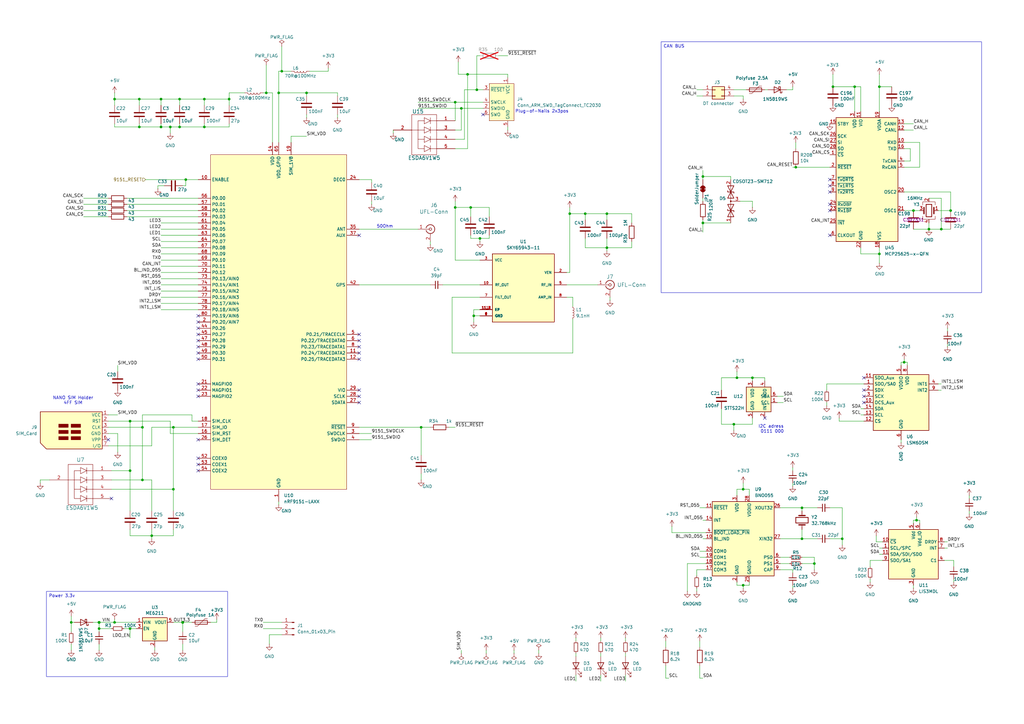
<source format=kicad_sch>
(kicad_sch
	(version 20250114)
	(generator "eeschema")
	(generator_version "9.0")
	(uuid "019f2816-6bfb-4531-95b3-45f73cf5fc4b")
	(paper "A3")
	(title_block
		(title "Westfly AHRS")
		(date "2025-04-29")
		(rev "0.02")
		(company "Westfly")
	)
	
	(text "I2C adress\n 0111 000"
		(exclude_from_sim no)
		(at 316.23 176.022 0)
		(effects
			(font
				(size 1.27 1.27)
			)
		)
		(uuid "0d4331b0-2215-4cb7-a05f-a8735a201122")
	)
	(text "Plug-of-Nails 2x3pos"
		(exclude_from_sim no)
		(at 222.25 45.72 0)
		(effects
			(font
				(size 1.27 1.27)
			)
		)
		(uuid "6961d4fe-bcfe-4bf2-88be-a7aaba7ca077")
	)
	(text "50Ohm"
		(exclude_from_sim no)
		(at 157.861 92.964 0)
		(effects
			(font
				(size 1.27 1.27)
			)
		)
		(uuid "a5fa5fb0-dd83-4ed1-8179-79d18f2cb73f")
	)
	(text "NANO SIM Holder\n4FF SIM"
		(exclude_from_sim no)
		(at 29.972 164.338 0)
		(effects
			(font
				(size 1.27 1.27)
			)
		)
		(uuid "d7aa766e-e838-4ea0-b97c-c151394b664d")
	)
	(text_box "Power 3.3v"
		(exclude_from_sim no)
		(at 19.05 242.57 0)
		(size 74.295 34.925)
		(margins 0.9525 0.9525 0.9525 0.9525)
		(stroke
			(width 0)
			(type solid)
		)
		(fill
			(type none)
		)
		(effects
			(font
				(size 1.27 1.27)
			)
			(justify left top)
		)
		(uuid "6020379f-72f2-41e8-9bf2-c8d08014300f")
	)
	(text_box "CAN BUS"
		(exclude_from_sim no)
		(at 271.145 17.145 0)
		(size 131.445 102.87)
		(margins 0.9525 0.9525 0.9525 0.9525)
		(stroke
			(width 0)
			(type solid)
		)
		(fill
			(type none)
		)
		(effects
			(font
				(size 1.27 1.27)
			)
			(justify left top)
		)
		(uuid "6e80c2e5-0d2c-4d80-9478-c29b96d0ab68")
	)
	(junction
		(at 40.64 257.81)
		(diameter 0)
		(color 0 0 0 0)
		(uuid "00f00863-d2ba-4ac5-bcb3-e0d2a96b43a2")
	)
	(junction
		(at 196.85 97.79)
		(diameter 0)
		(color 0 0 0 0)
		(uuid "024529cf-c966-4688-8c7f-b2a9e7f31927")
	)
	(junction
		(at 375.92 213.36)
		(diameter 0)
		(color 0 0 0 0)
		(uuid "0ad062fa-1fba-4e80-971f-e3f8a4083a2d")
	)
	(junction
		(at 109.22 38.1)
		(diameter 0)
		(color 0 0 0 0)
		(uuid "0b340a00-5d55-4205-88bd-79076c1ae6e8")
	)
	(junction
		(at 345.44 220.98)
		(diameter 0)
		(color 0 0 0 0)
		(uuid "0dc82b0d-e7e3-46a0-a688-5e9bb84a9530")
	)
	(junction
		(at 240.03 87.63)
		(diameter 0)
		(color 0 0 0 0)
		(uuid "0f9010ee-c92d-41cd-972c-e9c762c92916")
	)
	(junction
		(at 248.92 101.6)
		(diameter 0)
		(color 0 0 0 0)
		(uuid "158b6246-c9c0-429f-b921-a479dc871fd0")
	)
	(junction
		(at 66.04 52.07)
		(diameter 0)
		(color 0 0 0 0)
		(uuid "15b7c874-246f-4039-8f06-db95b3a6a456")
	)
	(junction
		(at 381 93.98)
		(diameter 0)
		(color 0 0 0 0)
		(uuid "20aa331f-7b7e-4ab4-a206-edfff78ffcbf")
	)
	(junction
		(at 328.93 208.28)
		(diameter 0)
		(color 0 0 0 0)
		(uuid "228c2c55-3556-46b5-a743-fdea45b26c66")
	)
	(junction
		(at 53.34 172.72)
		(diameter 0)
		(color 0 0 0 0)
		(uuid "2321fd75-c0e8-4f82-81f4-741a80263cf8")
	)
	(junction
		(at 172.72 175.26)
		(diameter 0)
		(color 0 0 0 0)
		(uuid "23a3dd62-8840-461c-9c2e-a8085c6c12de")
	)
	(junction
		(at 304.8 200.66)
		(diameter 0)
		(color 0 0 0 0)
		(uuid "2ddc9b48-ee7e-468b-8e04-64805bbe1e84")
	)
	(junction
		(at 93.98 40.64)
		(diameter 0)
		(color 0 0 0 0)
		(uuid "30949f3a-9a02-4a5c-8417-8e98a1afdda2")
	)
	(junction
		(at 76.2 73.66)
		(diameter 0)
		(color 0 0 0 0)
		(uuid "32b9e66a-6e50-4b19-84d0-31a39ee8b29d")
	)
	(junction
		(at 341.63 35.56)
		(diameter 0)
		(color 0 0 0 0)
		(uuid "33dc1106-0a82-460c-a771-865058e2cb56")
	)
	(junction
		(at 193.04 85.09)
		(diameter 0)
		(color 0 0 0 0)
		(uuid "353c1957-2a2c-4653-8ada-ee09dc785e18")
	)
	(junction
		(at 73.66 52.07)
		(diameter 0)
		(color 0 0 0 0)
		(uuid "38398647-c81c-46d5-b859-85a1ee8b1433")
	)
	(junction
		(at 386.08 93.98)
		(diameter 0)
		(color 0 0 0 0)
		(uuid "41ba67df-e795-4548-bdd2-6b2a1d87390d")
	)
	(junction
		(at 186.69 41.91)
		(diameter 0)
		(color 0 0 0 0)
		(uuid "42c252d6-3114-4d01-866b-ce2b74173c46")
	)
	(junction
		(at 58.42 175.26)
		(diameter 0)
		(color 0 0 0 0)
		(uuid "45f0c0b4-9155-43a7-86bd-4c6b755fdb84")
	)
	(junction
		(at 46.99 255.27)
		(diameter 0)
		(color 0 0 0 0)
		(uuid "4677b44f-8de3-4c9a-be21-73326491430c")
	)
	(junction
		(at 186.69 85.09)
		(diameter 0)
		(color 0 0 0 0)
		(uuid "4b594697-a7b1-4422-a9a7-8be26bec5ac4")
	)
	(junction
		(at 40.64 255.27)
		(diameter 1.016)
		(color 0 0 0 0)
		(uuid "4ec31d5c-fab7-407d-943d-df7f1db862f0")
	)
	(junction
		(at 194.31 129.54)
		(diameter 0)
		(color 0 0 0 0)
		(uuid "508b7d7b-388d-43ed-b146-0e59c847dafa")
	)
	(junction
		(at 195.58 36.83)
		(diameter 0)
		(color 0 0 0 0)
		(uuid "514598c8-0d53-40c8-aa29-04a9c253bdb6")
	)
	(junction
		(at 58.42 196.85)
		(diameter 0)
		(color 0 0 0 0)
		(uuid "53881178-b15c-419c-9fe3-bb5ab64ea1a7")
	)
	(junction
		(at 115.57 29.21)
		(diameter 0)
		(color 0 0 0 0)
		(uuid "589f2c4f-ceb7-46ba-af5d-2da6edf6c948")
	)
	(junction
		(at 370.84 148.59)
		(diameter 0)
		(color 0 0 0 0)
		(uuid "65fa1e3e-1ca6-45e9-a389-6303084d2f7c")
	)
	(junction
		(at 57.15 52.07)
		(diameter 0)
		(color 0 0 0 0)
		(uuid "696828ba-5cf7-4897-bc7a-74896f2060cf")
	)
	(junction
		(at 288.29 91.44)
		(diameter 0)
		(color 0 0 0 0)
		(uuid "6995060e-0eeb-44c3-97ee-5a82984b2612")
	)
	(junction
		(at 304.8 240.03)
		(diameter 0)
		(color 0 0 0 0)
		(uuid "6997fbd2-b310-4c9b-9bda-b4923fa95352")
	)
	(junction
		(at 334.01 231.14)
		(diameter 0)
		(color 0 0 0 0)
		(uuid "6e4b3307-e6f9-4a17-869b-04de77f8c082")
	)
	(junction
		(at 71.12 200.66)
		(diameter 0)
		(color 0 0 0 0)
		(uuid "70d334ac-10a2-4ed5-a42e-e5649690a3e5")
	)
	(junction
		(at 374.65 86.36)
		(diameter 0)
		(color 0 0 0 0)
		(uuid "71c52ce3-ce53-4445-a1e4-bc9f87c791f6")
	)
	(junction
		(at 46.99 40.64)
		(diameter 0)
		(color 0 0 0 0)
		(uuid "80bba71f-6089-414c-9b6e-e3286c8e403c")
	)
	(junction
		(at 189.23 44.45)
		(diameter 0)
		(color 0 0 0 0)
		(uuid "84c0837d-b848-4503-8135-e0043092b33b")
	)
	(junction
		(at 248.92 87.63)
		(diameter 0)
		(color 0 0 0 0)
		(uuid "85e65380-feb6-41cf-a36c-842403b64774")
	)
	(junction
		(at 360.68 104.14)
		(diameter 0)
		(color 0 0 0 0)
		(uuid "8b25211e-14ed-4bdd-9d16-bf62579ba074")
	)
	(junction
		(at 29.21 255.27)
		(diameter 0)
		(color 0 0 0 0)
		(uuid "93dca79c-f81a-4a34-93fe-ff727655900e")
	)
	(junction
		(at 114.3 38.1)
		(diameter 0)
		(color 0 0 0 0)
		(uuid "94646060-c216-4c52-93b6-4b61fd03e14e")
	)
	(junction
		(at 53.34 193.04)
		(diameter 0)
		(color 0 0 0 0)
		(uuid "99c54285-11c9-4412-b5e3-ad35cc1a02ce")
	)
	(junction
		(at 74.93 255.27)
		(diameter 1.016)
		(color 0 0 0 0)
		(uuid "a513f5b7-cb35-42a2-8c8f-3ed9755067d5")
	)
	(junction
		(at 288.29 72.39)
		(diameter 0)
		(color 0 0 0 0)
		(uuid "a7af9b45-aeaf-448e-a8c2-58c67c913434")
	)
	(junction
		(at 83.82 40.64)
		(diameter 0)
		(color 0 0 0 0)
		(uuid "abda21c7-4d87-4ac5-a06b-56656dc6bda0")
	)
	(junction
		(at 62.23 219.71)
		(diameter 0)
		(color 0 0 0 0)
		(uuid "ad634225-cfec-4421-8141-ec4a18bc6330")
	)
	(junction
		(at 350.52 35.56)
		(diameter 0)
		(color 0 0 0 0)
		(uuid "adda5757-9d41-4394-b2f5-33dd70419814")
	)
	(junction
		(at 83.82 52.07)
		(diameter 0)
		(color 0 0 0 0)
		(uuid "af8fc3d8-7f4a-4e9d-b8b6-883e41eac392")
	)
	(junction
		(at 71.12 175.26)
		(diameter 0)
		(color 0 0 0 0)
		(uuid "b0ba74dc-6c94-4d6c-92ce-e66de0f65c2d")
	)
	(junction
		(at 328.93 220.98)
		(diameter 0)
		(color 0 0 0 0)
		(uuid "b0bdfe53-be00-47ea-8806-743a60469982")
	)
	(junction
		(at 308.61 154.94)
		(diameter 0)
		(color 0 0 0 0)
		(uuid "b8a34c1c-538c-4aeb-a1cf-9250be2b5f3a")
	)
	(junction
		(at 302.26 154.94)
		(diameter 0)
		(color 0 0 0 0)
		(uuid "b8badaaa-88d3-4f55-848e-c136ad012e87")
	)
	(junction
		(at 360.68 35.56)
		(diameter 0)
		(color 0 0 0 0)
		(uuid "ba43ae9d-e5f6-42e3-a52a-67d0c8a47980")
	)
	(junction
		(at 73.66 40.64)
		(diameter 0)
		(color 0 0 0 0)
		(uuid "c669b469-6ccd-424a-a73d-9e5149e736cb")
	)
	(junction
		(at 326.39 68.58)
		(diameter 0)
		(color 0 0 0 0)
		(uuid "cdd92870-937b-412b-a4d7-2b3d3e4898f2")
	)
	(junction
		(at 233.68 87.63)
		(diameter 0)
		(color 0 0 0 0)
		(uuid "d1189a8a-929b-4c4e-a7ba-310cf94b9489")
	)
	(junction
		(at 389.89 86.36)
		(diameter 0)
		(color 0 0 0 0)
		(uuid "d4168d15-0880-43e5-b86b-47360bffec72")
	)
	(junction
		(at 300.99 173.99)
		(diameter 0)
		(color 0 0 0 0)
		(uuid "d4e15ca3-2e25-41af-8195-0cb21093bb22")
	)
	(junction
		(at 69.85 52.07)
		(diameter 0)
		(color 0 0 0 0)
		(uuid "dbbf5ced-0b77-4a8a-b413-af0aeffafed4")
	)
	(junction
		(at 66.04 40.64)
		(diameter 0)
		(color 0 0 0 0)
		(uuid "e7f506e0-4da6-459a-b35b-6ac4e49daf79")
	)
	(junction
		(at 57.15 40.64)
		(diameter 0)
		(color 0 0 0 0)
		(uuid "f122cfee-eee5-4147-ab97-b446e0089f73")
	)
	(junction
		(at 125.73 38.1)
		(diameter 0)
		(color 0 0 0 0)
		(uuid "f58aa58a-8e65-45f8-85ac-d7944d81e250")
	)
	(junction
		(at 191.77 30.48)
		(diameter 0)
		(color 0 0 0 0)
		(uuid "fbbb5222-8141-426c-8406-bd8d0271b9f3")
	)
	(junction
		(at 53.34 257.81)
		(diameter 0)
		(color 0 0 0 0)
		(uuid "fddb3293-fbe1-4744-bb2a-791b89597a5f")
	)
	(no_connect
		(at 147.32 96.52)
		(uuid "00c87cae-4e0b-4f16-a1db-c91f87d72e47")
	)
	(no_connect
		(at 81.28 142.24)
		(uuid "0b6556a3-b49d-49a0-8b76-aa9ad26e252c")
	)
	(no_connect
		(at 81.28 129.54)
		(uuid "0e89b7d8-03b8-463d-bebb-e1cb9cb86a52")
	)
	(no_connect
		(at 44.45 180.34)
		(uuid "1c8f7424-a7a2-4abf-ac40-b7b81ab95b96")
	)
	(no_connect
		(at 81.28 139.7)
		(uuid "29c62f9d-608a-4bb0-af6c-d54a714c9584")
	)
	(no_connect
		(at 147.32 142.24)
		(uuid "3122790b-c211-497b-8243-1ae156a71f8f")
	)
	(no_connect
		(at 147.32 160.02)
		(uuid "31fda3b5-8c7f-4b6b-90b3-0056c855912e")
	)
	(no_connect
		(at 354.33 160.02)
		(uuid "331b6d16-ace6-4c7b-8672-55ca1caab078")
	)
	(no_connect
		(at 340.36 96.52)
		(uuid "3589c54e-e664-4357-833d-8df0c406eb89")
	)
	(no_connect
		(at 81.28 147.32)
		(uuid "3755f273-ec6b-403c-9890-7a27d7734060")
	)
	(no_connect
		(at 340.36 83.82)
		(uuid "39b71f57-6664-4a33-87e4-e6b870f0942a")
	)
	(no_connect
		(at 340.36 73.66)
		(uuid "3eaddbc2-5b05-4d95-a2f3-8a3d30e2c88a")
	)
	(no_connect
		(at 340.36 76.2)
		(uuid "453fa946-7e0a-4ef6-9b46-feff76e85c33")
	)
	(no_connect
		(at 147.32 144.78)
		(uuid "4c82d1b0-995c-4d51-9a3d-4a0eed5820c4")
	)
	(no_connect
		(at 81.28 160.02)
		(uuid "4f42fae7-2d93-4fc3-8573-f9536fc0cd4a")
	)
	(no_connect
		(at 81.28 137.16)
		(uuid "51499e5f-51c7-4d10-aa1c-0e9e816f7061")
	)
	(no_connect
		(at 354.33 162.56)
		(uuid "569b50eb-e2ee-4588-b5e0-77bed0fa47b1")
	)
	(no_connect
		(at 81.28 134.62)
		(uuid "5d52ab75-90e6-40fc-9ac5-0ffeabc79009")
	)
	(no_connect
		(at 354.33 165.1)
		(uuid "5d7011b1-c129-476c-9ae7-de0f7cebef5f")
	)
	(no_connect
		(at 147.32 162.56)
		(uuid "648fc861-ecf9-43b5-9c76-4183faa2ca16")
	)
	(no_connect
		(at 81.28 187.96)
		(uuid "65e9d86f-3881-4b85-8659-27b1ce73021e")
	)
	(no_connect
		(at 198.12 46.99)
		(uuid "68dbbe28-e273-4b73-bb61-5acdd4f1d1b0")
	)
	(no_connect
		(at 81.28 144.78)
		(uuid "6d477530-fe76-41e4-902d-6c1178f52f91")
	)
	(no_connect
		(at 81.28 157.48)
		(uuid "7545f8c1-5030-4efc-834b-a64223486055")
	)
	(no_connect
		(at 340.36 86.36)
		(uuid "7c972364-32ba-4b36-848a-b327c540987e")
	)
	(no_connect
		(at 45.72 204.47)
		(uuid "7ea52617-686b-4663-8ed5-45dda4980680")
	)
	(no_connect
		(at 81.28 180.34)
		(uuid "8b9b6201-631d-4063-a7a4-3e7c3d59548d")
	)
	(no_connect
		(at 313.69 171.45)
		(uuid "9704e535-60ba-4ea6-9540-66dc51d35cc0")
	)
	(no_connect
		(at 147.32 165.1)
		(uuid "a0401fe5-132b-4689-9f3c-5d3de2bb7928")
	)
	(no_connect
		(at 354.33 154.94)
		(uuid "a39acd0d-1a51-4ac2-89e9-8a2f804136a5")
	)
	(no_connect
		(at 147.32 139.7)
		(uuid "a4b81589-b8c0-4caf-8bba-39755751a2ad")
	)
	(no_connect
		(at 81.28 193.04)
		(uuid "aaa9fa18-6a9f-491c-b91a-0324d4d71996")
	)
	(no_connect
		(at 147.32 147.32)
		(uuid "b2b71ba6-4682-4498-9108-bb3e855a16c1")
	)
	(no_connect
		(at 147.32 137.16)
		(uuid "d8323299-dbcb-49f1-8240-88570251e65a")
	)
	(no_connect
		(at 340.36 78.74)
		(uuid "db3c4b45-3ea0-4784-80a4-893181879b15")
	)
	(no_connect
		(at 81.28 190.5)
		(uuid "dec25186-a132-4e18-9327-86ef237eb667")
	)
	(no_connect
		(at 81.28 162.56)
		(uuid "dec83a2c-23d7-430a-9ed2-cee5f447e702")
	)
	(no_connect
		(at 81.28 132.08)
		(uuid "f89d74cf-b1cb-47f7-8025-1e7efdbbbe6b")
	)
	(wire
		(pts
			(xy 114.3 29.21) (xy 114.3 38.1)
		)
		(stroke
			(width 0)
			(type default)
		)
		(uuid "003f6f46-9f24-4f4c-8add-5996a0f7ae4f")
	)
	(wire
		(pts
			(xy 374.65 86.36) (xy 377.19 86.36)
		)
		(stroke
			(width 0)
			(type default)
		)
		(uuid "00e9ec3e-67f4-40a3-a801-109164d09b7f")
	)
	(wire
		(pts
			(xy 45.72 193.04) (xy 53.34 193.04)
		)
		(stroke
			(width 0)
			(type default)
		)
		(uuid "01129703-67de-4981-bdb6-61a6ad84fb6d")
	)
	(wire
		(pts
			(xy 194.31 132.08) (xy 194.31 129.54)
		)
		(stroke
			(width 0)
			(type default)
		)
		(uuid "0180be97-f9c0-43cb-9e66-ce65d2c80d3c")
	)
	(wire
		(pts
			(xy 391.16 237.49) (xy 391.16 238.76)
		)
		(stroke
			(width 0)
			(type default)
		)
		(uuid "018e832b-759f-4278-8d4d-874e439047a9")
	)
	(wire
		(pts
			(xy 318.77 162.56) (xy 321.31 162.56)
		)
		(stroke
			(width 0)
			(type default)
		)
		(uuid "0196bfe0-a7a3-4c4e-94fd-225343b2e9f0")
	)
	(wire
		(pts
			(xy 285.75 241.3) (xy 285.75 242.57)
		)
		(stroke
			(width 0)
			(type default)
		)
		(uuid "02164673-29ae-42ec-af69-5587832ef9bf")
	)
	(wire
		(pts
			(xy 285.75 39.37) (xy 288.29 39.37)
		)
		(stroke
			(width 0)
			(type default)
		)
		(uuid "03607fd5-968f-4153-8e23-3a4865774f34")
	)
	(wire
		(pts
			(xy 304.8 240.03) (xy 304.8 241.3)
		)
		(stroke
			(width 0)
			(type default)
		)
		(uuid "03c9da97-a01b-45ab-87df-922ebb151cb3")
	)
	(wire
		(pts
			(xy 66.04 99.06) (xy 81.28 99.06)
		)
		(stroke
			(width 0)
			(type default)
		)
		(uuid "04c0c84a-8029-4c86-bc43-0ce1bdbf350a")
	)
	(wire
		(pts
			(xy 147.32 73.66) (xy 152.4 73.66)
		)
		(stroke
			(width 0)
			(type default)
		)
		(uuid "0538242a-145d-49e3-b793-4e8c0e4ce2aa")
	)
	(wire
		(pts
			(xy 58.42 196.85) (xy 62.23 196.85)
		)
		(stroke
			(width 0)
			(type default)
		)
		(uuid "060855b7-2340-4df3-b123-9b15e20ab08e")
	)
	(wire
		(pts
			(xy 196.85 127) (xy 194.31 127)
		)
		(stroke
			(width 0)
			(type default)
		)
		(uuid "091f5d9f-09fc-45e9-b656-5c4e5b65940b")
	)
	(wire
		(pts
			(xy 199.39 266.7) (xy 199.39 267.97)
		)
		(stroke
			(width 0)
			(type default)
		)
		(uuid "0947f31d-90be-49ca-ad18-6ae9e969398a")
	)
	(wire
		(pts
			(xy 66.04 127) (xy 81.28 127)
		)
		(stroke
			(width 0)
			(type default)
		)
		(uuid "09fffc5d-b98b-4419-a5d3-a7dff76943e3")
	)
	(wire
		(pts
			(xy 46.99 40.64) (xy 57.15 40.64)
		)
		(stroke
			(width 0)
			(type default)
		)
		(uuid "0a8f5334-4ac8-48dc-aade-2a343dd95246")
	)
	(wire
		(pts
			(xy 40.64 259.08) (xy 40.64 257.81)
		)
		(stroke
			(width 0)
			(type default)
		)
		(uuid "0a944149-7333-467e-8238-87fb9f5b0642")
	)
	(wire
		(pts
			(xy 320.04 228.6) (xy 323.85 228.6)
		)
		(stroke
			(width 0)
			(type default)
		)
		(uuid "0bc958ef-e05e-476e-af30-a571fb7ab1bc")
	)
	(wire
		(pts
			(xy 356.87 237.49) (xy 356.87 238.76)
		)
		(stroke
			(width 0)
			(type default)
		)
		(uuid "0c60f424-b4d5-46f7-929a-a24863080542")
	)
	(wire
		(pts
			(xy 107.95 38.1) (xy 109.22 38.1)
		)
		(stroke
			(width 0)
			(type default)
		)
		(uuid "0e26492f-148a-4ca8-95c4-a7143ceddee2")
	)
	(wire
		(pts
			(xy 67.31 76.2) (xy 64.77 76.2)
		)
		(stroke
			(width 0)
			(type default)
		)
		(uuid "0f1eb6b4-4c15-451f-84c3-872bd61dfae8")
	)
	(wire
		(pts
			(xy 48.26 177.8) (xy 48.26 185.42)
		)
		(stroke
			(width 0)
			(type default)
		)
		(uuid "0f59152c-586a-4a65-a829-e3b031d2177c")
	)
	(wire
		(pts
			(xy 147.32 180.34) (xy 152.4 180.34)
		)
		(stroke
			(width 0)
			(type default)
		)
		(uuid "0ff57554-cb8a-4f7a-abf3-300ba8bf4359")
	)
	(wire
		(pts
			(xy 273.05 262.89) (xy 273.05 265.43)
		)
		(stroke
			(width 0)
			(type default)
		)
		(uuid "1015a6ba-0757-40f1-bee6-7cc3ebe91fe9")
	)
	(wire
		(pts
			(xy 384.81 157.48) (xy 386.08 157.48)
		)
		(stroke
			(width 0)
			(type default)
		)
		(uuid "113f16c7-3d69-4d98-93d6-91572d192bef")
	)
	(wire
		(pts
			(xy 287.02 273.05) (xy 287.02 278.13)
		)
		(stroke
			(width 0)
			(type default)
		)
		(uuid "114b45cd-2998-46be-a385-e07ca1e8134b")
	)
	(wire
		(pts
			(xy 195.58 36.83) (xy 195.58 22.86)
		)
		(stroke
			(width 0)
			(type default)
		)
		(uuid "11b06d7e-33a7-422f-bbee-ce8164735820")
	)
	(wire
		(pts
			(xy 248.92 101.6) (xy 259.08 101.6)
		)
		(stroke
			(width 0)
			(type default)
		)
		(uuid "11bf3493-8b36-4652-9b3f-199ddded6f40")
	)
	(wire
		(pts
			(xy 74.93 255.27) (xy 78.74 255.27)
		)
		(stroke
			(width 0)
			(type solid)
		)
		(uuid "120c3418-6fb6-46e8-99c5-3c1860cef377")
	)
	(wire
		(pts
			(xy 62.23 219.71) (xy 62.23 217.17)
		)
		(stroke
			(width 0)
			(type default)
		)
		(uuid "1263f876-83e6-4edd-84ea-8cce5307678e")
	)
	(wire
		(pts
			(xy 350.52 35.56) (xy 341.63 35.56)
		)
		(stroke
			(width 0)
			(type default)
		)
		(uuid "13f17a40-b1b3-49fa-9354-6e7ab43a1a3c")
	)
	(wire
		(pts
			(xy 190.5 36.83) (xy 195.58 36.83)
		)
		(stroke
			(width 0)
			(type default)
		)
		(uuid "15d02e84-8c4b-44ee-a782-011d37d23fca")
	)
	(wire
		(pts
			(xy 195.58 22.86) (xy 196.85 22.86)
		)
		(stroke
			(width 0)
			(type default)
		)
		(uuid "15ddada0-89cb-453d-9748-518f88841d9c")
	)
	(wire
		(pts
			(xy 125.73 46.99) (xy 125.73 48.26)
		)
		(stroke
			(width 0)
			(type default)
		)
		(uuid "1637e58f-69c5-4a3f-a103-7ec1c6bfdaf4")
	)
	(wire
		(pts
			(xy 44.45 175.26) (xy 58.42 175.26)
		)
		(stroke
			(width 0)
			(type default)
		)
		(uuid "16c10868-6359-4ea1-86ff-c5d75ee77dd5")
	)
	(wire
		(pts
			(xy 53.34 219.71) (xy 62.23 219.71)
		)
		(stroke
			(width 0)
			(type default)
		)
		(uuid "17f8b886-d404-4e9e-aa5a-2bd2c1bd4a02")
	)
	(wire
		(pts
			(xy 350.52 45.72) (xy 350.52 35.56)
		)
		(stroke
			(width 0)
			(type default)
		)
		(uuid "18b7e93e-b926-4e7a-99c9-a173cc6c7d58")
	)
	(wire
		(pts
			(xy 288.29 90.17) (xy 288.29 91.44)
		)
		(stroke
			(width 0)
			(type default)
		)
		(uuid "199c4ee8-db57-4233-a5b6-536d112320bd")
	)
	(wire
		(pts
			(xy 40.64 264.16) (xy 40.64 266.7)
		)
		(stroke
			(width 0)
			(type solid)
		)
		(uuid "1aa1dcb7-1d79-47e7-9fd0-33015ec59cbf")
	)
	(wire
		(pts
			(xy 46.99 255.27) (xy 55.88 255.27)
		)
		(stroke
			(width 0)
			(type solid)
		)
		(uuid "1aac169e-e6a1-4b61-9e90-b85fb07a61ae")
	)
	(wire
		(pts
			(xy 59.69 73.66) (xy 76.2 73.66)
		)
		(stroke
			(width 0)
			(type default)
		)
		(uuid "1b02d9b4-ca6b-4640-93a6-455078c5489e")
	)
	(wire
		(pts
			(xy 320.04 233.68) (xy 325.12 233.68)
		)
		(stroke
			(width 0)
			(type default)
		)
		(uuid "1e62df17-e5b5-45cf-b154-800d9129e036")
	)
	(wire
		(pts
			(xy 193.04 85.09) (xy 186.69 85.09)
		)
		(stroke
			(width 0)
			(type default)
		)
		(uuid "1ed110d8-7dc3-412f-87f3-63f504a7a2b0")
	)
	(wire
		(pts
			(xy 300.99 36.83) (xy 306.07 36.83)
		)
		(stroke
			(width 0)
			(type default)
		)
		(uuid "207851de-1646-460f-b18b-6d85a202c931")
	)
	(wire
		(pts
			(xy 285.75 233.68) (xy 289.56 233.68)
		)
		(stroke
			(width 0)
			(type default)
		)
		(uuid "214d61f7-4555-4ff3-b9b1-3b319f228248")
	)
	(wire
		(pts
			(xy 328.93 231.14) (xy 334.01 231.14)
		)
		(stroke
			(width 0)
			(type default)
		)
		(uuid "2184bbea-7617-47a3-8423-0572c78b403c")
	)
	(wire
		(pts
			(xy 50.8 257.81) (xy 53.34 257.81)
		)
		(stroke
			(width 0)
			(type default)
		)
		(uuid "2313f104-b4ef-43d3-85ff-a9b06c5501e2")
	)
	(wire
		(pts
			(xy 86.36 255.27) (xy 88.9 255.27)
		)
		(stroke
			(width 0)
			(type default)
		)
		(uuid "253f7bc7-cd87-4f10-a03c-a738875144f3")
	)
	(wire
		(pts
			(xy 360.68 227.33) (xy 361.95 227.33)
		)
		(stroke
			(width 0)
			(type default)
		)
		(uuid "2652e2cb-96c5-4783-851f-d94f4decc48d")
	)
	(wire
		(pts
			(xy 186.69 41.91) (xy 198.12 41.91)
		)
		(stroke
			(width 0)
			(type default)
		)
		(uuid "2677162e-f762-4932-8185-3083a7ad5961")
	)
	(wire
		(pts
			(xy 302.26 200.66) (xy 304.8 200.66)
		)
		(stroke
			(width 0)
			(type default)
		)
		(uuid "281bdc69-0019-4e97-946d-15107541181f")
	)
	(wire
		(pts
			(xy 40.64 255.27) (xy 46.99 255.27)
		)
		(stroke
			(width 0)
			(type solid)
		)
		(uuid "2946afe8-9ade-4130-a3d6-49c498ffeed1")
	)
	(wire
		(pts
			(xy 344.17 171.45) (xy 344.17 172.72)
		)
		(stroke
			(width 0)
			(type default)
		)
		(uuid "2994dc38-68f6-4cda-a764-953feb5269e6")
	)
	(wire
		(pts
			(xy 234.95 144.78) (xy 234.95 130.81)
		)
		(stroke
			(width 0)
			(type default)
		)
		(uuid "2afc8cc4-f7dd-4271-b745-a864ff0f0bac")
	)
	(wire
		(pts
			(xy 107.95 257.81) (xy 115.57 257.81)
		)
		(stroke
			(width 0)
			(type default)
		)
		(uuid "2bc0d1d4-12e8-4ee5-9f3d-aaef299c6555")
	)
	(wire
		(pts
			(xy 73.66 52.07) (xy 73.66 50.8)
		)
		(stroke
			(width 0)
			(type default)
		)
		(uuid "2edf2980-c852-4cff-9192-c678a719ff8e")
	)
	(wire
		(pts
			(xy 115.57 19.05) (xy 115.57 29.21)
		)
		(stroke
			(width 0)
			(type default)
		)
		(uuid "2ef179d1-33cd-465c-8eec-871f72b99a84")
	)
	(wire
		(pts
			(xy 93.98 52.07) (xy 93.98 50.8)
		)
		(stroke
			(width 0)
			(type default)
		)
		(uuid "2fa22cbb-2292-4c5f-bcca-578339e8e17a")
	)
	(wire
		(pts
			(xy 373.38 66.04) (xy 370.84 66.04)
		)
		(stroke
			(width 0)
			(type default)
		)
		(uuid "339f1e10-d3fe-4609-b33f-4ee100ed7a03")
	)
	(wire
		(pts
			(xy 45.72 200.66) (xy 71.12 200.66)
		)
		(stroke
			(width 0)
			(type default)
		)
		(uuid "36408070-360b-4fc6-b3bb-3d1f6a1cefef")
	)
	(wire
		(pts
			(xy 194.31 127) (xy 194.31 129.54)
		)
		(stroke
			(width 0)
			(type default)
		)
		(uuid "36d84ab0-4b4e-43a0-9668-efcf8126faea")
	)
	(wire
		(pts
			(xy 48.26 149.86) (xy 48.26 152.4)
		)
		(stroke
			(width 0)
			(type default)
		)
		(uuid "371dcb6a-46a0-409e-9df8-bc4b1dd04a63")
	)
	(wire
		(pts
			(xy 248.92 87.63) (xy 248.92 90.17)
		)
		(stroke
			(width 0)
			(type default)
		)
		(uuid "3760217f-45bf-407e-b64a-3bf680441437")
	)
	(wire
		(pts
			(xy 345.44 208.28) (xy 345.44 220.98)
		)
		(stroke
			(width 0)
			(type default)
		)
		(uuid "376afeed-b00e-4469-a524-8694de11419e")
	)
	(wire
		(pts
			(xy 71.12 255.27) (xy 74.93 255.27)
		)
		(stroke
			(width 0)
			(type solid)
		)
		(uuid "37c6de90-be78-4211-ab1b-043cf15ca156")
	)
	(wire
		(pts
			(xy 325.12 233.68) (xy 325.12 234.95)
		)
		(stroke
			(width 0)
			(type default)
		)
		(uuid "38cf9b6f-6fc1-47eb-a83f-06c0796185c9")
	)
	(wire
		(pts
			(xy 232.41 111.76) (xy 233.68 111.76)
		)
		(stroke
			(width 0)
			(type default)
		)
		(uuid "397e755a-b27d-4983-8d23-7b0ccfe9d162")
	)
	(wire
		(pts
			(xy 299.72 73.66) (xy 299.72 72.39)
		)
		(stroke
			(width 0)
			(type default)
		)
		(uuid "39e16205-85d7-4a0f-bc96-dd1da56d709f")
	)
	(wire
		(pts
			(xy 334.01 228.6) (xy 328.93 228.6)
		)
		(stroke
			(width 0)
			(type default)
		)
		(uuid "39f07541-5024-4d6d-b38f-63cca2433894")
	)
	(wire
		(pts
			(xy 53.34 193.04) (xy 53.34 209.55)
		)
		(stroke
			(width 0)
			(type default)
		)
		(uuid "39fa6fab-8118-4223-8a37-18898b87fa26")
	)
	(wire
		(pts
			(xy 110.49 260.35) (xy 110.49 264.16)
		)
		(stroke
			(width 0)
			(type default)
		)
		(uuid "3bddff3f-3589-457e-9716-49d8588aa254")
	)
	(wire
		(pts
			(xy 353.06 167.64) (xy 354.33 167.64)
		)
		(stroke
			(width 0)
			(type default)
		)
		(uuid "3c14353d-07b0-4c7e-a3fd-20c3be2e7699")
	)
	(wire
		(pts
			(xy 360.68 107.95) (xy 360.68 104.14)
		)
		(stroke
			(width 0)
			(type default)
		)
		(uuid "3c212177-b806-40ff-949f-10f1f818ce78")
	)
	(wire
		(pts
			(xy 193.04 96.52) (xy 193.04 97.79)
		)
		(stroke
			(width 0)
			(type default)
		)
		(uuid "3d7e3c8a-c761-4c61-8f31-e9090314b3ae")
	)
	(wire
		(pts
			(xy 66.04 116.84) (xy 81.28 116.84)
		)
		(stroke
			(width 0)
			(type default)
		)
		(uuid "3daaf095-a4f3-4828-8bc1-f9f9c924830f")
	)
	(wire
		(pts
			(xy 196.85 97.79) (xy 200.66 97.79)
		)
		(stroke
			(width 0)
			(type default)
		)
		(uuid "3e0772db-0f8c-4bae-86f9-2a1351eb9af3")
	)
	(wire
		(pts
			(xy 44.45 177.8) (xy 48.26 177.8)
		)
		(stroke
			(width 0)
			(type default)
		)
		(uuid "3f4d229d-5c0f-453b-b6f4-1e5b7ed696fa")
	)
	(wire
		(pts
			(xy 210.82 266.7) (xy 210.82 267.97)
		)
		(stroke
			(width 0)
			(type default)
		)
		(uuid "3f5e8c75-e936-4f2d-9d85-943f69ea6d33")
	)
	(wire
		(pts
			(xy 287.02 278.13) (xy 288.29 278.13)
		)
		(stroke
			(width 0)
			(type default)
		)
		(uuid "407e6c32-bdba-4195-ba66-e6db5f078cf3")
	)
	(wire
		(pts
			(xy 66.04 104.14) (xy 81.28 104.14)
		)
		(stroke
			(width 0)
			(type default)
		)
		(uuid "411f9f7a-c0fc-49fa-b609-2c5e8baec63b")
	)
	(wire
		(pts
			(xy 71.12 200.66) (xy 71.12 209.55)
		)
		(stroke
			(width 0)
			(type default)
		)
		(uuid "417ecf99-466f-4c40-8e0c-41550b2afbf8")
	)
	(wire
		(pts
			(xy 325.12 198.12) (xy 325.12 199.39)
		)
		(stroke
			(width 0)
			(type default)
		)
		(uuid "41ca6f27-e71a-44c6-afcd-53e5c843f415")
	)
	(wire
		(pts
			(xy 236.22 267.97) (xy 236.22 269.24)
		)
		(stroke
			(width 0)
			(type default)
		)
		(uuid "4275668b-9069-4c3b-881b-bd27929b8c37")
	)
	(wire
		(pts
			(xy 377.19 213.36) (xy 377.19 214.63)
		)
		(stroke
			(width 0)
			(type default)
		)
		(uuid "42967281-0d61-4670-b1c9-b8ebe501ab33")
	)
	(wire
		(pts
			(xy 69.85 177.8) (xy 81.28 177.8)
		)
		(stroke
			(width 0)
			(type default)
		)
		(uuid "42a728ad-c694-4acb-a1e4-30575cc80018")
	)
	(wire
		(pts
			(xy 34.29 83.82) (xy 44.45 83.82)
		)
		(stroke
			(width 0)
			(type default)
		)
		(uuid "433f2ce2-5382-4b89-8456-948a7524fd18")
	)
	(wire
		(pts
			(xy 185.42 121.92) (xy 185.42 144.78)
		)
		(stroke
			(width 0)
			(type default)
		)
		(uuid "43db1561-68b9-4965-885d-b7be7af091a8")
	)
	(wire
		(pts
			(xy 295.91 154.94) (xy 295.91 160.02)
		)
		(stroke
			(width 0)
			(type default)
		)
		(uuid "461fa281-5253-4f7e-9c39-6425a0ce18ed")
	)
	(wire
		(pts
			(xy 186.69 41.91) (xy 186.69 49.53)
		)
		(stroke
			(width 0)
			(type default)
		)
		(uuid "46cc4b8f-de41-475c-8ddf-8ca66d3ee94a")
	)
	(wire
		(pts
			(xy 387.35 224.79) (xy 388.62 224.79)
		)
		(stroke
			(width 0)
			(type default)
		)
		(uuid "47889b1f-d619-4363-a1ca-fc78be54221c")
	)
	(wire
		(pts
			(xy 387.35 229.87) (xy 391.16 229.87)
		)
		(stroke
			(width 0)
			(type default)
		)
		(uuid "494b57d7-fb8c-447c-8819-ff370fef45a8")
	)
	(wire
		(pts
			(xy 374.65 93.98) (xy 381 93.98)
		)
		(stroke
			(width 0)
			(type default)
		)
		(uuid "4a475607-0574-48b5-9cd3-5646e80dfb76")
	)
	(wire
		(pts
			(xy 288.29 213.36) (xy 289.56 213.36)
		)
		(stroke
			(width 0)
			(type default)
		)
		(uuid "4b46a548-7f9a-457e-a3dc-baa089ac58de")
	)
	(wire
		(pts
			(xy 44.45 170.18) (xy 48.26 170.18)
		)
		(stroke
			(width 0)
			(type default)
		)
		(uuid "4b5fae15-66ad-4ef4-8b8a-0efa614f51ab")
	)
	(wire
		(pts
			(xy 78.74 170.18) (xy 78.74 172.72)
		)
		(stroke
			(width 0)
			(type default)
		)
		(uuid "4ccc1b67-98c9-4aa9-bc27-35bdb7d69553")
	)
	(wire
		(pts
			(xy 370.84 78.74) (xy 389.89 78.74)
		)
		(stroke
			(width 0)
			(type default)
		)
		(uuid "4cf11eb8-b5ac-4845-8183-e13bd833072d")
	)
	(wire
		(pts
			(xy 66.04 109.22) (xy 81.28 109.22)
		)
		(stroke
			(width 0)
			(type default)
		)
		(uuid "4d1b3b16-1194-4e8e-87fc-ed0345ca9f4a")
	)
	(wire
		(pts
			(xy 285.75 36.83) (xy 288.29 36.83)
		)
		(stroke
			(width 0)
			(type default)
		)
		(uuid "4d4b4e53-ae18-4b09-b675-d70dd39b8b76")
	)
	(wire
		(pts
			(xy 186.69 57.15) (xy 190.5 57.15)
		)
		(stroke
			(width 0)
			(type default)
		)
		(uuid "4d546167-b7c4-49d1-aadb-a59acb01f158")
	)
	(wire
		(pts
			(xy 308.61 154.94) (xy 302.26 154.94)
		)
		(stroke
			(width 0)
			(type default)
		)
		(uuid "4dd15b5a-af1d-4dae-9d85-14fd9a465a1f")
	)
	(wire
		(pts
			(xy 29.21 264.16) (xy 29.21 266.7)
		)
		(stroke
			(width 0)
			(type solid)
		)
		(uuid "4df2621b-5784-4e32-b44b-d91a7b460df9")
	)
	(wire
		(pts
			(xy 66.04 40.64) (xy 66.04 43.18)
		)
		(stroke
			(width 0)
			(type default)
		)
		(uuid "4dfff341-49a8-4528-9b15-93dcc2ecfb84")
	)
	(wire
		(pts
			(xy 325.12 36.83) (xy 325.12 35.56)
		)
		(stroke
			(width 0)
			(type default)
		)
		(uuid "4e3679dc-8617-4b6f-bd94-409bcf2aeec9")
	)
	(wire
		(pts
			(xy 388.62 140.97) (xy 388.62 142.24)
		)
		(stroke
			(width 0)
			(type default)
		)
		(uuid "4e60eae1-e1a1-4ab9-b011-1495b69dc61a")
	)
	(wire
		(pts
			(xy 300.99 173.99) (xy 300.99 176.53)
		)
		(stroke
			(width 0)
			(type default)
		)
		(uuid "4f6cc33b-f151-4178-be44-5d1988ac53ec")
	)
	(wire
		(pts
			(xy 40.64 255.27) (xy 38.1 255.27)
		)
		(stroke
			(width 0)
			(type solid)
		)
		(uuid "4f726713-3acf-428a-9429-fb779c6dded4")
	)
	(wire
		(pts
			(xy 111.76 38.1) (xy 111.76 58.42)
		)
		(stroke
			(width 0)
			(type default)
		)
		(uuid "4fd670c2-f9d5-4479-a93e-1c2be64d5671")
	)
	(wire
		(pts
			(xy 377.19 68.58) (xy 377.19 58.42)
		)
		(stroke
			(width 0)
			(type default)
		)
		(uuid "5117efdc-2772-44d7-9042-8c8ba21a9a15")
	)
	(wire
		(pts
			(xy 93.98 40.64) (xy 83.82 40.64)
		)
		(stroke
			(width 0)
			(type default)
		)
		(uuid "51247774-630f-4c06-8bb3-5db7d094e759")
	)
	(wire
		(pts
			(xy 375.92 213.36) (xy 377.19 213.36)
		)
		(stroke
			(width 0)
			(type default)
		)
		(uuid "51a93af5-82b0-42cc-875a-960f984d9f47")
	)
	(wire
		(pts
			(xy 52.07 86.36) (xy 81.28 86.36)
		)
		(stroke
			(width 0)
			(type default)
		)
		(uuid "52a40465-80a4-418c-80b9-4f6367c26cbf")
	)
	(wire
		(pts
			(xy 93.98 40.64) (xy 93.98 43.18)
		)
		(stroke
			(width 0)
			(type default)
		)
		(uuid "53f55a7d-a406-4f29-b74d-7eb235f81f9e")
	)
	(wire
		(pts
			(xy 171.45 44.45) (xy 189.23 44.45)
		)
		(stroke
			(width 0)
			(type default)
		)
		(uuid "548e33cd-5ad1-487f-ac2d-040ed1910fc4")
	)
	(wire
		(pts
			(xy 69.85 172.72) (xy 69.85 177.8)
		)
		(stroke
			(width 0)
			(type default)
		)
		(uuid "5496932e-852a-47cd-8b17-127a7d37c1a9")
	)
	(wire
		(pts
			(xy 302.26 238.76) (xy 302.26 240.03)
		)
		(stroke
			(width 0)
			(type default)
		)
		(uuid "5548b692-3a71-4ced-86e1-dc3619b25b02")
	)
	(wire
		(pts
			(xy 233.68 87.63) (xy 240.03 87.63)
		)
		(stroke
			(width 0)
			(type default)
		)
		(uuid "5793461c-337a-4706-9ba2-0e00f14cb490")
	)
	(wire
		(pts
			(xy 234.95 121.92) (xy 234.95 125.73)
		)
		(stroke
			(width 0)
			(type default)
		)
		(uuid "58169e1c-3c0a-4b94-b344-688df499e5b7")
	)
	(wire
		(pts
			(xy 172.72 194.31) (xy 172.72 196.85)
		)
		(stroke
			(width 0)
			(type default)
		)
		(uuid "58d6d08d-cbc3-4f7c-9b81-aa1a3b70e0d0")
	)
	(wire
		(pts
			(xy 285.75 236.22) (xy 285.75 233.68)
		)
		(stroke
			(width 0)
			(type default)
		)
		(uuid "5913b7a9-3712-42d3-9d5b-5a1e4a1a6dc9")
	)
	(wire
		(pts
			(xy 71.12 175.26) (xy 71.12 200.66)
		)
		(stroke
			(width 0)
			(type default)
		)
		(uuid "59c3f3ff-291a-4f47-847c-71623d3f7e6e")
	)
	(wire
		(pts
			(xy 334.01 231.14) (xy 334.01 233.68)
		)
		(stroke
			(width 0)
			(type default)
		)
		(uuid "5a1feadb-89d3-45a0-ac2f-b50fb58fa827")
	)
	(wire
		(pts
			(xy 246.38 276.86) (xy 246.38 279.4)
		)
		(stroke
			(width 0)
			(type default)
		)
		(uuid "5b38b190-c5e6-41cf-9217-9af39f66d495")
	)
	(wire
		(pts
			(xy 29.21 252.73) (xy 29.21 255.27)
		)
		(stroke
			(width 0)
			(type solid)
		)
		(uuid "5b6e9ccf-cd5c-4a51-8689-03947b9855b1")
	)
	(wire
		(pts
			(xy 189.23 44.45) (xy 198.12 44.45)
		)
		(stroke
			(width 0)
			(type default)
		)
		(uuid "5bc85078-2b6b-4bc7-9067-0641e0d83f45")
	)
	(wire
		(pts
			(xy 52.07 81.28) (xy 81.28 81.28)
		)
		(stroke
			(width 0)
			(type default)
		)
		(uuid "5ceca2cb-7c16-42cd-ac78-1bcda97d12d4")
	)
	(wire
		(pts
			(xy 127 29.21) (xy 134.62 29.21)
		)
		(stroke
			(width 0)
			(type default)
		)
		(uuid "5e2faadf-0736-4e98-b162-c8ef8814cd67")
	)
	(wire
		(pts
			(xy 370.84 60.96) (xy 373.38 60.96)
		)
		(stroke
			(width 0)
			(type default)
		)
		(uuid "5e3e9c36-8f10-44d4-879b-a02c7cc83ce8")
	)
	(wire
		(pts
			(xy 115.57 29.21) (xy 119.38 29.21)
		)
		(stroke
			(width 0)
			(type default)
		)
		(uuid "5e72a2e9-ac7b-49fd-ab0c-276288ebd034")
	)
	(wire
		(pts
			(xy 196.85 97.79) (xy 196.85 99.06)
		)
		(stroke
			(width 0)
			(type default)
		)
		(uuid "5ea4db2b-11b9-4586-9c5c-01285ecfc11a")
	)
	(wire
		(pts
			(xy 83.82 52.07) (xy 93.98 52.07)
		)
		(stroke
			(width 0)
			(type default)
		)
		(uuid "5f333492-42fc-4e63-9b35-90632acc120a")
	)
	(wire
		(pts
			(xy 250.19 121.92) (xy 250.19 123.19)
		)
		(stroke
			(width 0)
			(type default)
		)
		(uuid "6036dd61-c659-40c8-8a4e-c6b3483f1498")
	)
	(wire
		(pts
			(xy 114.3 29.21) (xy 115.57 29.21)
		)
		(stroke
			(width 0)
			(type default)
		)
		(uuid "608b0bd0-06a5-4932-a564-65d8ff332053")
	)
	(wire
		(pts
			(xy 381 93.98) (xy 381 91.44)
		)
		(stroke
			(width 0)
			(type default)
		)
		(uuid "614e7c71-1666-4bc0-bbad-69339538866b")
	)
	(wire
		(pts
			(xy 375.92 212.09) (xy 375.92 213.36)
		)
		(stroke
			(width 0)
			(type default)
		)
		(uuid "62263874-f223-46e9-9e84-171cafd553a1")
	)
	(wire
		(pts
			(xy 40.64 257.81) (xy 45.72 257.81)
		)
		(stroke
			(width 0)
			(type default)
		)
		(uuid "6282e329-bf69-4b8c-b40c-dfd8183a7339")
	)
	(wire
		(pts
			(xy 370.84 86.36) (xy 374.65 86.36)
		)
		(stroke
			(width 0)
			(type default)
		)
		(uuid "6306d431-c941-49f8-8d18-c153879e4d48")
	)
	(wire
		(pts
			(xy 71.12 175.26) (xy 81.28 175.26)
		)
		(stroke
			(width 0)
			(type default)
		)
		(uuid "6376d483-dbe7-40a0-906a-16984ee88bee")
	)
	(wire
		(pts
			(xy 109.22 26.67) (xy 109.22 38.1)
		)
		(stroke
			(width 0)
			(type default)
		)
		(uuid "63d67c54-5e08-421a-b761-e9bab7b74d1a")
	)
	(wire
		(pts
			(xy 66.04 119.38) (xy 81.28 119.38)
		)
		(stroke
			(width 0)
			(type default)
		)
		(uuid "6437331f-18b5-4e72-8427-fa83a69700f2")
	)
	(wire
		(pts
			(xy 302.26 203.2) (xy 302.26 200.66)
		)
		(stroke
			(width 0)
			(type default)
		)
		(uuid "64ad10b8-e912-4ada-8057-d6661caeb570")
	)
	(wire
		(pts
			(xy 191.77 30.48) (xy 191.77 60.96)
		)
		(stroke
			(width 0)
			(type default)
		)
		(uuid "65ba94de-4821-4de3-813c-91da718fa3a3")
	)
	(wire
		(pts
			(xy 273.05 273.05) (xy 273.05 278.13)
		)
		(stroke
			(width 0)
			(type default)
		)
		(uuid "66ff4173-34c6-4f10-9bd9-b861f835dd2e")
	)
	(wire
		(pts
			(xy 187.96 25.4) (xy 187.96 30.48)
		)
		(stroke
			(width 0)
			(type default)
		)
		(uuid "67ecb872-0b3d-4443-a4ce-fa286b1f27d4")
	)
	(wire
		(pts
			(xy 58.42 170.18) (xy 78.74 170.18)
		)
		(stroke
			(width 0)
			(type default)
		)
		(uuid "686c1953-5e0a-4036-8f0c-9bdb2b78b59f")
	)
	(wire
		(pts
			(xy 100.33 38.1) (xy 93.98 38.1)
		)
		(stroke
			(width 0)
			(type default)
		)
		(uuid "6a00ad6b-d6e2-4feb-a16c-ffab060a8770")
	)
	(wire
		(pts
			(xy 397.51 203.2) (xy 397.51 204.47)
		)
		(stroke
			(width 0)
			(type default)
		)
		(uuid "6a141355-f991-4f46-bf89-f425361c59e9")
	)
	(wire
		(pts
			(xy 200.66 97.79) (xy 200.66 96.52)
		)
		(stroke
			(width 0)
			(type default)
		)
		(uuid "6a21096d-8be5-452b-a65b-b0eccc675350")
	)
	(wire
		(pts
			(xy 93.98 38.1) (xy 93.98 40.64)
		)
		(stroke
			(width 0)
			(type default)
		)
		(uuid "6c10ad20-c7d8-4b3b-a2ee-6e2901b399c5")
	)
	(wire
		(pts
			(xy 307.34 200.66) (xy 307.34 203.2)
		)
		(stroke
			(width 0)
			(type default)
		)
		(uuid "6c563fa3-8134-43e3-81cc-cf2752d952b6")
	)
	(wire
		(pts
			(xy 288.29 69.85) (xy 288.29 72.39)
		)
		(stroke
			(width 0)
			(type default)
		)
		(uuid "6c76cec1-43d3-4bbd-8502-04115d8c277f")
	)
	(wire
		(pts
			(xy 370.84 148.59) (xy 372.11 148.59)
		)
		(stroke
			(width 0)
			(type default)
		)
		(uuid "6c8bda6d-d84f-47c1-84c9-98db4941b790")
	)
	(wire
		(pts
			(xy 307.34 240.03) (xy 307.34 238.76)
		)
		(stroke
			(width 0)
			(type default)
		)
		(uuid "6cd7f1d5-7c1b-4205-af85-166cecd19b8d")
	)
	(wire
		(pts
			(xy 193.04 97.79) (xy 196.85 97.79)
		)
		(stroke
			(width 0)
			(type default)
		)
		(uuid "6d085a07-765b-4079-90b8-b599a035c7a0")
	)
	(wire
		(pts
			(xy 381 81.28) (xy 386.08 81.28)
		)
		(stroke
			(width 0)
			(type default)
		)
		(uuid "6d174776-ac7e-46de-a6ff-c0e48ae06bc5")
	)
	(wire
		(pts
			(xy 353.06 35.56) (xy 353.06 45.72)
		)
		(stroke
			(width 0)
			(type default)
		)
		(uuid "6d7826fd-ca7e-4235-a59a-a3242a76ad50")
	)
	(wire
		(pts
			(xy 360.68 30.48) (xy 360.68 35.56)
		)
		(stroke
			(width 0)
			(type default)
		)
		(uuid "6de9e7ae-010e-419d-a41a-7dc58ca33c17")
	)
	(wire
		(pts
			(xy 288.29 91.44) (xy 299.72 91.44)
		)
		(stroke
			(width 0)
			(type default)
		)
		(uuid "6dfd20dd-bde0-4bfe-84f4-46a1164b18c4")
	)
	(wire
		(pts
			(xy 66.04 40.64) (xy 73.66 40.64)
		)
		(stroke
			(width 0)
			(type default)
		)
		(uuid "6e0e1c1f-08f1-457a-ae3e-26fe6eb5813b")
	)
	(wire
		(pts
			(xy 345.44 220.98) (xy 345.44 223.52)
		)
		(stroke
			(width 0)
			(type default)
		)
		(uuid "6ee34967-d53b-4d1e-a522-12ea688a86d6")
	)
	(wire
		(pts
			(xy 303.53 82.55) (xy 308.61 82.55)
		)
		(stroke
			(width 0)
			(type default)
		)
		(uuid "6fa52c1c-e2e5-4b85-b112-ab4fbaedc885")
	)
	(wire
		(pts
			(xy 308.61 156.21) (xy 308.61 154.94)
		)
		(stroke
			(width 0)
			(type default)
		)
		(uuid "705727d3-661a-4d3d-9c40-10fb5cbb94ed")
	)
	(wire
		(pts
			(xy 288.29 73.66) (xy 288.29 72.39)
		)
		(stroke
			(width 0)
			(type default)
		)
		(uuid "71dd200c-8e3a-46e6-8930-8c9d65ce7059")
	)
	(wire
		(pts
			(xy 256.54 261.62) (xy 256.54 262.89)
		)
		(stroke
			(width 0)
			(type default)
		)
		(uuid "7228b292-4b9e-4abd-98be-f0e134d14c56")
	)
	(wire
		(pts
			(xy 185.42 144.78) (xy 234.95 144.78)
		)
		(stroke
			(width 0)
			(type default)
		)
		(uuid "72379462-b327-405d-9a6a-2cf73724d61f")
	)
	(wire
		(pts
			(xy 196.85 121.92) (xy 185.42 121.92)
		)
		(stroke
			(width 0)
			(type default)
		)
		(uuid "728fb38c-efba-408b-88c9-83d4313dade8")
	)
	(wire
		(pts
			(xy 193.04 85.09) (xy 200.66 85.09)
		)
		(stroke
			(width 0)
			(type default)
		)
		(uuid "72f57553-9205-4e2d-ba24-52147615d835")
	)
	(wire
		(pts
			(xy 119.38 58.42) (xy 119.38 55.88)
		)
		(stroke
			(width 0)
			(type default)
		)
		(uuid "73a7081a-a22b-4afe-8962-89feffb0eb61")
	)
	(wire
		(pts
			(xy 58.42 175.26) (xy 58.42 170.18)
		)
		(stroke
			(width 0)
			(type default)
		)
		(uuid "73c85dea-c7ae-4af0-a91f-dbe11fe8b4ab")
	)
	(wire
		(pts
			(xy 119.38 55.88) (xy 125.73 55.88)
		)
		(stroke
			(width 0)
			(type default)
		)
		(uuid "74ab2ecf-d219-4f42-bc0d-30eec94e4800")
	)
	(wire
		(pts
			(xy 63.5 265.43) (xy 63.5 266.7)
		)
		(stroke
			(width 0)
			(type solid)
		)
		(uuid "7503727a-3045-404d-bb3a-cf71124c903a")
	)
	(wire
		(pts
			(xy 195.58 36.83) (xy 198.12 36.83)
		)
		(stroke
			(width 0)
			(type default)
		)
		(uuid "7505e19c-0419-4e55-923d-c8095fba80e0")
	)
	(wire
		(pts
			(xy 334.01 231.14) (xy 334.01 228.6)
		)
		(stroke
			(width 0)
			(type default)
		)
		(uuid "759a26a5-e510-44f2-9dc6-f8dba7d651be")
	)
	(wire
		(pts
			(xy 313.69 36.83) (xy 314.96 36.83)
		)
		(stroke
			(width 0)
			(type default)
		)
		(uuid "75f71f1c-162c-4034-bd7b-e2c848c741cf")
	)
	(wire
		(pts
			(xy 16.51 198.12) (xy 16.51 196.85)
		)
		(stroke
			(width 0)
			(type default)
		)
		(uuid "769608c1-6e57-40c4-93d5-843e85414f4d")
	)
	(wire
		(pts
			(xy 184.15 175.26) (xy 186.69 175.26)
		)
		(stroke
			(width 0)
			(type default)
		)
		(uuid "76ef5fbd-247d-42cf-88c7-47efdfdb01a2")
	)
	(wire
		(pts
			(xy 220.98 266.7) (xy 220.98 267.97)
		)
		(stroke
			(width 0)
			(type default)
		)
		(uuid "7763aba3-f80e-4397-b88a-bcd623d9d7ce")
	)
	(wire
		(pts
			(xy 369.57 180.34) (xy 369.57 181.61)
		)
		(stroke
			(width 0)
			(type default)
		)
		(uuid "78004c8b-791c-4c4c-b6b1-5d4afd1f2097")
	)
	(wire
		(pts
			(xy 76.2 73.66) (xy 81.28 73.66)
		)
		(stroke
			(width 0)
			(type default)
		)
		(uuid "78643412-6e99-4745-96d1-5c04326738c4")
	)
	(wire
		(pts
			(xy 320.04 208.28) (xy 328.93 208.28)
		)
		(stroke
			(width 0)
			(type default)
		)
		(uuid "788d30d4-b290-45cd-8d5d-ab10241ad55f")
	)
	(wire
		(pts
			(xy 53.34 257.81) (xy 55.88 257.81)
		)
		(stroke
			(width 0)
			(type default)
		)
		(uuid "795c77e5-2ebf-4209-9ee9-9cd5e5ef1b75")
	)
	(wire
		(pts
			(xy 52.07 88.9) (xy 81.28 88.9)
		)
		(stroke
			(width 0)
			(type default)
		)
		(uuid "7a4e0bac-5ccc-4e30-8774-f4cd024b207d")
	)
	(wire
		(pts
			(xy 147.32 177.8) (xy 152.4 177.8)
		)
		(stroke
			(width 0)
			(type default)
		)
		(uuid "7aedf81b-7db9-4b44-8881-c8126652231e")
	)
	(wire
		(pts
			(xy 107.95 255.27) (xy 115.57 255.27)
		)
		(stroke
			(width 0)
			(type default)
		)
		(uuid "7c7d01cb-c627-4e17-9e8d-662d97663ec4")
	)
	(wire
		(pts
			(xy 328.93 220.98) (xy 335.28 220.98)
		)
		(stroke
			(width 0)
			(type default)
		)
		(uuid "7ce2a9d0-892e-4498-9526-909437ff61bc")
	)
	(wire
		(pts
			(xy 326.39 68.58) (xy 340.36 68.58)
		)
		(stroke
			(width 0)
			(type default)
		)
		(uuid "7ce828f0-5f1f-47f8-a8db-29e36e3c7d0d")
	)
	(wire
		(pts
			(xy 328.93 208.28) (xy 328.93 209.55)
		)
		(stroke
			(width 0)
			(type default)
		)
		(uuid "7d2b0c12-4bf9-4cc5-b92e-6edf5d3295fd")
	)
	(wire
		(pts
			(xy 287.02 228.6) (xy 289.56 228.6)
		)
		(stroke
			(width 0)
			(type default)
		)
		(uuid "7ef7e853-cbf8-4a2f-9db8-0020d9858f34")
	)
	(wire
		(pts
			(xy 44.45 182.88) (xy 62.23 182.88)
		)
		(stroke
			(width 0)
			(type default)
		)
		(uuid "803cfe08-9a0d-43c4-8ead-0a6c6163bcb5")
	)
	(wire
		(pts
			(xy 71.12 175.26) (xy 62.23 175.26)
		)
		(stroke
			(width 0)
			(type default)
		)
		(uuid "831662be-d6df-4737-aa10-d503c3c69434")
	)
	(wire
		(pts
			(xy 240.03 101.6) (xy 240.03 97.79)
		)
		(stroke
			(width 0)
			(type default)
		)
		(uuid "85830bbc-61d6-4725-ab2e-b2f3a281c860")
	)
	(wire
		(pts
			(xy 389.89 78.74) (xy 389.89 86.36)
		)
		(stroke
			(width 0)
			(type default)
		)
		(uuid "8600b14a-548c-45bc-a489-df2baf4b8209")
	)
	(wire
		(pts
			(xy 57.15 52.07) (xy 57.15 50.8)
		)
		(stroke
			(width 0)
			(type default)
		)
		(uuid "86981b21-30e3-4d8c-9983-0f09943174a1")
	)
	(wire
		(pts
			(xy 370.84 50.8) (xy 374.65 50.8)
		)
		(stroke
			(width 0)
			(type default)
		)
		(uuid "890b29fb-5351-412a-9615-af5245bacfa0")
	)
	(wire
		(pts
			(xy 193.04 88.9) (xy 193.04 85.09)
		)
		(stroke
			(width 0)
			(type default)
		)
		(uuid "89162e9c-8a0c-47ea-bf3e-a9ca9e4dfeef")
	)
	(wire
		(pts
			(xy 186.69 82.55) (xy 186.69 85.09)
		)
		(stroke
			(width 0)
			(type default)
		)
		(uuid "8918c0fa-24dc-4f7c-a1a7-3b7e06e2ca0e")
	)
	(wire
		(pts
			(xy 356.87 229.87) (xy 361.95 229.87)
		)
		(stroke
			(width 0)
			(type default)
		)
		(uuid "891fa1d9-6aea-4685-9903-403c72cd2dd0")
	)
	(wire
		(pts
			(xy 328.93 208.28) (xy 335.28 208.28)
		)
		(stroke
			(width 0)
			(type default)
		)
		(uuid "892e5e0d-6b74-4bf8-a966-73269c02791a")
	)
	(wire
		(pts
			(xy 152.4 73.66) (xy 152.4 74.93)
		)
		(stroke
			(width 0)
			(type default)
		)
		(uuid "89a50e9d-5458-449f-bd09-fcc34a691051")
	)
	(wire
		(pts
			(xy 320.04 220.98) (xy 328.93 220.98)
		)
		(stroke
			(width 0)
			(type default)
		)
		(uuid "89c4de44-9c21-4243-856d-8fd5e9cbc413")
	)
	(wire
		(pts
			(xy 304.8 198.12) (xy 304.8 200.66)
		)
		(stroke
			(width 0)
			(type default)
		)
		(uuid "8a253118-e9e6-4651-975e-7ae2b22ad3a3")
	)
	(wire
		(pts
			(xy 186.69 106.68) (xy 196.85 106.68)
		)
		(stroke
			(width 0)
			(type default)
		)
		(uuid "8c3bca8a-4632-48cc-99e7-f70f9cc02797")
	)
	(wire
		(pts
			(xy 256.54 276.86) (xy 256.54 279.4)
		)
		(stroke
			(width 0)
			(type default)
		)
		(uuid "8c41ebc6-3a11-46f9-a352-1b03fa81b017")
	)
	(wire
		(pts
			(xy 191.77 30.48) (xy 208.28 30.48)
		)
		(stroke
			(width 0)
			(type default)
		)
		(uuid "8cdf9193-e0d0-4308-ab02-b76115f98540")
	)
	(wire
		(pts
			(xy 46.99 52.07) (xy 57.15 52.07)
		)
		(stroke
			(width 0)
			(type default)
		)
		(uuid "8d223781-5aac-4e01-93db-792cb73f9050")
	)
	(wire
		(pts
			(xy 288.29 72.39) (xy 299.72 72.39)
		)
		(stroke
			(width 0)
			(type default)
		)
		(uuid "8d735a62-39df-4697-a79a-35711a485e33")
	)
	(wire
		(pts
			(xy 66.04 114.3) (xy 81.28 114.3)
		)
		(stroke
			(width 0)
			(type default)
		)
		(uuid "8de90bbc-e1c8-4125-8e08-19b144ad23b9")
	)
	(wire
		(pts
			(xy 115.57 260.35) (xy 110.49 260.35)
		)
		(stroke
			(width 0)
			(type default)
		)
		(uuid "8f1fd99c-c678-4c1d-bf33-ddeec7e5dff0")
	)
	(wire
		(pts
			(xy 57.15 40.64) (xy 57.15 43.18)
		)
		(stroke
			(width 0)
			(type default)
		)
		(uuid "8fb6617c-ace1-47a5-accc-8c46bb019fdf")
	)
	(wire
		(pts
			(xy 360.68 45.72) (xy 360.68 35.56)
		)
		(stroke
			(width 0)
			(type default)
		)
		(uuid "9195ff43-24d1-4645-9ca9-468d10261bb0")
	)
	(wire
		(pts
			(xy 66.04 91.44) (xy 81.28 91.44)
		)
		(stroke
			(width 0)
			(type default)
		)
		(uuid "9199ddca-95c6-4ef4-b8ac-9f107e3d54a9")
	)
	(wire
		(pts
			(xy 138.43 46.99) (xy 138.43 48.26)
		)
		(stroke
			(width 0)
			(type default)
		)
		(uuid "920a1e2f-54b2-44a4-8c9f-26138621baa9")
	)
	(wire
		(pts
			(xy 256.54 267.97) (xy 256.54 269.24)
		)
		(stroke
			(width 0)
			(type default)
		)
		(uuid "926dd2e7-9d65-4c38-9acc-f25348f17fea")
	)
	(wire
		(pts
			(xy 295.91 173.99) (xy 300.99 173.99)
		)
		(stroke
			(width 0)
			(type default)
		)
		(uuid "9350ff1f-c018-43d9-a36b-0355a87d837d")
	)
	(wire
		(pts
			(xy 375.92 213.36) (xy 374.65 213.36)
		)
		(stroke
			(width 0)
			(type default)
		)
		(uuid "937e62c0-9339-4b0f-a942-b7fb9a3b2531")
	)
	(wire
		(pts
			(xy 74.93 255.27) (xy 74.93 259.08)
		)
		(stroke
			(width 0)
			(type solid)
		)
		(uuid "93b26e0f-6085-4183-9384-16a8bb79fbbf")
	)
	(wire
		(pts
			(xy 83.82 40.64) (xy 83.82 43.18)
		)
		(stroke
			(width 0)
			(type default)
		)
		(uuid "93d6a8b5-5e75-410f-bb41-f0f8c27ed3f6")
	)
	(wire
		(pts
			(xy 308.61 171.45) (xy 308.61 173.99)
		)
		(stroke
			(width 0)
			(type default)
		)
		(uuid "9401bb7d-c822-4ebd-a4a5-f0cb7b9f1630")
	)
	(wire
		(pts
			(xy 66.04 121.92) (xy 81.28 121.92)
		)
		(stroke
			(width 0)
			(type default)
		)
		(uuid "95ec51f3-eb3d-4ff2-808e-92eb247b15a2")
	)
	(wire
		(pts
			(xy 58.42 196.85) (xy 58.42 175.26)
		)
		(stroke
			(width 0)
			(type default)
		)
		(uuid "96079433-e721-4f51-8c12-49dcd05762d6")
	)
	(wire
		(pts
			(xy 66.04 124.46) (xy 81.28 124.46)
		)
		(stroke
			(width 0)
			(type default)
		)
		(uuid "96d4ed7e-9f86-48db-b1a0-48f51c58ea38")
	)
	(wire
		(pts
			(xy 66.04 101.6) (xy 81.28 101.6)
		)
		(stroke
			(width 0)
			(type default)
		)
		(uuid "96ef26cc-bf40-47c5-b6dd-895570f54e65")
	)
	(wire
		(pts
			(xy 186.69 60.96) (xy 191.77 60.96)
		)
		(stroke
			(width 0)
			(type default)
		)
		(uuid "99eb4c5a-031b-48eb-bd1e-1cd457795ee6")
	)
	(wire
		(pts
			(xy 246.38 261.62) (xy 246.38 262.89)
		)
		(stroke
			(width 0)
			(type default)
		)
		(uuid "99f9d53e-4c91-4992-ab8b-04e964b4aefd")
	)
	(wire
		(pts
			(xy 66.04 96.52) (xy 81.28 96.52)
		)
		(stroke
			(width 0)
			(type default)
		)
		(uuid "9b286bdf-18a6-4e9a-b78a-828df59e4527")
	)
	(wire
		(pts
			(xy 29.21 255.27) (xy 30.48 255.27)
		)
		(stroke
			(width 0)
			(type default)
		)
		(uuid "9b6c966b-9d24-4b29-8132-ce5bec9793a5")
	)
	(wire
		(pts
			(xy 71.12 219.71) (xy 71.12 217.17)
		)
		(stroke
			(width 0)
			(type default)
		)
		(uuid "9badac02-afb6-40da-a688-049870835236")
	)
	(wire
		(pts
			(xy 281.94 231.14) (xy 281.94 242.57)
		)
		(stroke
			(width 0)
			(type default)
		)
		(uuid "9c2dc02c-8398-4576-945c-1123affdfc24")
	)
	(wire
		(pts
			(xy 360.68 104.14) (xy 353.06 104.14)
		)
		(stroke
			(width 0)
			(type default)
		)
		(uuid "9c729177-f9f3-4289-bf6f-ca0348e76d90")
	)
	(wire
		(pts
			(xy 64.77 76.2) (xy 64.77 77.47)
		)
		(stroke
			(width 0)
			(type default)
		)
		(uuid "9d06bb06-81ab-4855-8958-d71e24e88826")
	)
	(wire
		(pts
			(xy 57.15 40.64) (xy 66.04 40.64)
		)
		(stroke
			(width 0)
			(type default)
		)
		(uuid "9e05a56f-9000-4dad-9ead-92e4aad6e7a6")
	)
	(wire
		(pts
			(xy 339.09 160.02) (xy 339.09 157.48)
		)
		(stroke
			(width 0)
			(type default)
		)
		(uuid "9f359f33-940b-4850-8960-f77f8258a21a")
	)
	(wire
		(pts
			(xy 370.84 148.59) (xy 369.57 148.59)
		)
		(stroke
			(width 0)
			(type default)
		)
		(uuid "9f68adbe-96ed-4b2f-8070-25f1a6cf7bdd")
	)
	(wire
		(pts
			(xy 53.34 172.72) (xy 69.85 172.72)
		)
		(stroke
			(width 0)
			(type default)
		)
		(uuid "9fcc5718-4834-455e-a746-e3bd3be3cb45")
	)
	(wire
		(pts
			(xy 388.62 134.62) (xy 388.62 135.89)
		)
		(stroke
			(width 0)
			(type default)
		)
		(uuid "a1434ef1-ca8f-41df-b72d-f5e1893ca221")
	)
	(wire
		(pts
			(xy 109.22 38.1) (xy 111.76 38.1)
		)
		(stroke
			(width 0)
			(type default)
		)
		(uuid "a1b071a8-d956-48c0-8a3c-26f0b3da6030")
	)
	(wire
		(pts
			(xy 34.29 86.36) (xy 44.45 86.36)
		)
		(stroke
			(width 0)
			(type default)
		)
		(uuid "a395148b-92cc-47aa-80dc-066ffd8b4919")
	)
	(wire
		(pts
			(xy 288.29 220.98) (xy 289.56 220.98)
		)
		(stroke
			(width 0)
			(type default)
		)
		(uuid "a44bcba5-d17b-4b14-b2d7-90f372c72000")
	)
	(wire
		(pts
			(xy 52.07 83.82) (xy 81.28 83.82)
		)
		(stroke
			(width 0)
			(type default)
		)
		(uuid "a5b2d4df-d294-4107-a739-98498989506b")
	)
	(wire
		(pts
			(xy 78.74 172.72) (xy 81.28 172.72)
		)
		(stroke
			(width 0)
			(type default)
		)
		(uuid "a7514a6c-93df-4cc3-987a-1a36ab8ca1f4")
	)
	(wire
		(pts
			(xy 356.87 232.41) (xy 356.87 229.87)
		)
		(stroke
			(width 0)
			(type default)
		)
		(uuid "a764981c-c8b4-46d0-80f4-5679873fe966")
	)
	(wire
		(pts
			(xy 189.23 44.45) (xy 189.23 53.34)
		)
		(stroke
			(width 0)
			(type default)
		)
		(uuid "a7692434-f9d4-4ec9-b70c-786d9ee56ecd")
	)
	(wire
		(pts
			(xy 29.21 255.27) (xy 29.21 259.08)
		)
		(stroke
			(width 0)
			(type solid)
		)
		(uuid "a7d8ec33-2f71-4886-b482-e3a5a9477ab6")
	)
	(wire
		(pts
			(xy 208.28 52.07) (xy 208.28 53.34)
		)
		(stroke
			(width 0)
			(type default)
		)
		(uuid "a874b2bb-a105-4d38-9c6c-f109810de575")
	)
	(wire
		(pts
			(xy 372.11 148.59) (xy 372.11 149.86)
		)
		(stroke
			(width 0)
			(type default)
		)
		(uuid "acadc906-e5c0-4974-93d3-64c64f4ed6d5")
	)
	(wire
		(pts
			(xy 189.23 266.7) (xy 189.23 267.97)
		)
		(stroke
			(width 0)
			(type default)
		)
		(uuid "ad330539-8e63-4e96-b901-e14d86727a1e")
	)
	(wire
		(pts
			(xy 172.72 175.26) (xy 172.72 186.69)
		)
		(stroke
			(width 0)
			(type default)
		)
		(uuid "ad34e4cf-03fd-4179-b0af-bdfb4fa82494")
	)
	(wire
		(pts
			(xy 273.05 278.13) (xy 274.32 278.13)
		)
		(stroke
			(width 0)
			(type default)
		)
		(uuid "ad440c27-e1ba-46ed-b593-f7088b9ffb15")
	)
	(wire
		(pts
			(xy 16.51 196.85) (xy 20.32 196.85)
		)
		(stroke
			(width 0)
			(type default)
		)
		(uuid "ad57a7e2-cec3-4878-86b5-f7e127d7688f")
	)
	(wire
		(pts
			(xy 44.45 172.72) (xy 53.34 172.72)
		)
		(stroke
			(width 0)
			(type default)
		)
		(uuid "ad7ffc9b-9991-4358-b0a8-9e13514f0604")
	)
	(wire
		(pts
			(xy 236.22 276.86) (xy 236.22 279.4)
		)
		(stroke
			(width 0)
			(type default)
		)
		(uuid "ad87d9e4-c48f-4e81-9744-2f4c8adb3cb8")
	)
	(wire
		(pts
			(xy 374.65 240.03) (xy 374.65 241.3)
		)
		(stroke
			(width 0)
			(type default)
		)
		(uuid "adf52d55-99b8-4117-877e-d515c81e60b9")
	)
	(wire
		(pts
			(xy 287.02 208.28) (xy 289.56 208.28)
		)
		(stroke
			(width 0)
			(type default)
		)
		(uuid "aea5f5b2-c231-44ad-97a1-7c364045f1ee")
	)
	(wire
		(pts
			(xy 88.9 254) (xy 88.9 255.27)
		)
		(stroke
			(width 0)
			(type default)
		)
		(uuid "aedf8869-2e75-4b89-9388-2b6789c69fd8")
	)
	(wire
		(pts
			(xy 138.43 39.37) (xy 138.43 38.1)
		)
		(stroke
			(width 0)
			(type default)
		)
		(uuid "afacd1f4-8baa-41c6-879e-a07a815076af")
	)
	(wire
		(pts
			(xy 46.99 50.8) (xy 46.99 52.07)
		)
		(stroke
			(width 0)
			(type default)
		)
		(uuid "afcb28d7-fa73-4780-9a61-bd4f4d4eb98d")
	)
	(wire
		(pts
			(xy 287.02 226.06) (xy 289.56 226.06)
		)
		(stroke
			(width 0)
			(type default)
		)
		(uuid "b0f76f26-f14c-4393-a980-29e2440f59cf")
	)
	(wire
		(pts
			(xy 397.51 209.55) (xy 397.51 210.82)
		)
		(stroke
			(width 0)
			(type default)
		)
		(uuid "b1f67ef4-7580-4bb4-adb8-e072875c4846")
	)
	(wire
		(pts
			(xy 389.89 86.36) (xy 384.81 86.36)
		)
		(stroke
			(width 0)
			(type default)
		)
		(uuid "b28afd7c-c699-48bb-bc47-f1b1e5bf6f55")
	)
	(wire
		(pts
			(xy 246.38 267.97) (xy 246.38 269.24)
		)
		(stroke
			(width 0)
			(type default)
		)
		(uuid "b29a5606-8bcb-456e-8e6c-df6d0c6a2312")
	)
	(wire
		(pts
			(xy 339.09 157.48) (xy 354.33 157.48)
		)
		(stroke
			(width 0)
			(type default)
		)
		(uuid "b342f704-e471-4e95-b65d-ebcf5c75a3b9")
	)
	(wire
		(pts
			(xy 288.29 81.28) (xy 288.29 82.55)
		)
		(stroke
			(width 0)
			(type default)
		)
		(uuid "b36351bb-3c5d-455a-b780-34fe75e46108")
	)
	(wire
		(pts
			(xy 248.92 87.63) (xy 259.08 87.63)
		)
		(stroke
			(width 0)
			(type default)
		)
		(uuid "b3cf3a31-c5a5-48e7-afd1-30974b093771")
	)
	(wire
		(pts
			(xy 340.36 208.28) (xy 345.44 208.28)
		)
		(stroke
			(width 0)
			(type default)
		)
		(uuid "b3d95987-0e59-4870-a1a4-cf4676395271")
	)
	(wire
		(pts
			(xy 360.68 104.14) (xy 360.68 101.6)
		)
		(stroke
			(width 0)
			(type default)
		)
		(uuid "b4849abe-26f7-4f8a-bdc7-a607d7e63ef9")
	)
	(wire
		(pts
			(xy 76.2 73.66) (xy 76.2 76.2)
		)
		(stroke
			(width 0)
			(type default)
		)
		(uuid "b4c042b1-d481-4651-a96a-7434bed4ea11")
	)
	(wire
		(pts
			(xy 73.66 40.64) (xy 73.66 43.18)
		)
		(stroke
			(width 0)
			(type default)
		)
		(uuid "b4e40f96-7a93-4f7d-95d0-82eb6f32ccaa")
	)
	(wire
		(pts
			(xy 384.81 160.02) (xy 386.08 160.02)
		)
		(stroke
			(width 0)
			(type default)
		)
		(uuid "b535ef68-feab-4b09-90ab-bf26defa8b84")
	)
	(wire
		(pts
			(xy 45.72 196.85) (xy 58.42 196.85)
		)
		(stroke
			(width 0)
			(type default)
		)
		(uuid "b568fd25-f899-4abc-b9b1-41b25a8c346a")
	)
	(wire
		(pts
			(xy 114.3 205.74) (xy 114.3 207.01)
		)
		(stroke
			(width 0)
			(type default)
		)
		(uuid "b5dbf2f2-0ca9-495d-83b3-fd11fe439413")
	)
	(wire
		(pts
			(xy 66.04 52.07) (xy 69.85 52.07)
		)
		(stroke
			(width 0)
			(type default)
		)
		(uuid "b5e66487-bedb-4590-970e-fe92f76e688c")
	)
	(wire
		(pts
			(xy 353.06 35.56) (xy 350.52 35.56)
		)
		(stroke
			(width 0)
			(type default)
		)
		(uuid "b66c5831-cba5-4e4f-a0fd-c85b24ad3a49")
	)
	(wire
		(pts
			(xy 344.17 172.72) (xy 354.33 172.72)
		)
		(stroke
			(width 0)
			(type default)
		)
		(uuid "b6bb1053-fee9-41b8-8225-f5775ba83c06")
	)
	(wire
		(pts
			(xy 46.99 254) (xy 46.99 255.27)
		)
		(stroke
			(width 0)
			(type default)
		)
		(uuid "b71ef0de-820d-4ef3-9b66-1eb42d15f1dc")
	)
	(wire
		(pts
			(xy 259.08 101.6) (xy 259.08 99.06)
		)
		(stroke
			(width 0)
			(type default)
		)
		(uuid "b7b61292-0b3a-492e-8925-898cbacf74cb")
	)
	(wire
		(pts
			(xy 194.31 129.54) (xy 196.85 129.54)
		)
		(stroke
			(width 0)
			(type default)
		)
		(uuid "b7c298ff-6733-434b-a541-1262aa67dbbe")
	)
	(wire
		(pts
			(xy 302.26 240.03) (xy 304.8 240.03)
		)
		(stroke
			(width 0)
			(type default)
		)
		(uuid "b8861a36-9c1e-4e53-93dc-1effd5e00f29")
	)
	(wire
		(pts
			(xy 240.03 87.63) (xy 240.03 90.17)
		)
		(stroke
			(width 0)
			(type default)
		)
		(uuid "bb99099b-18f4-41c4-92c0-922afe64978d")
	)
	(wire
		(pts
			(xy 233.68 87.63) (xy 233.68 85.09)
		)
		(stroke
			(width 0)
			(type default)
		)
		(uuid "bbc3c90a-4cf1-46cf-8c00-5c3f250ec2e6")
	)
	(wire
		(pts
			(xy 66.04 111.76) (xy 81.28 111.76)
		)
		(stroke
			(width 0)
			(type default)
		)
		(uuid "bd90d4f9-0ec3-4bab-b210-59f14164d158")
	)
	(wire
		(pts
			(xy 62.23 196.85) (xy 62.23 209.55)
		)
		(stroke
			(width 0)
			(type default)
		)
		(uuid "bdd89388-a008-49aa-92ba-db0c5ee63d19")
	)
	(wire
		(pts
			(xy 370.84 53.34) (xy 374.65 53.34)
		)
		(stroke
			(width 0)
			(type default)
		)
		(uuid "bf2768fe-f3a0-4fb8-a58e-c9515c9df7e8")
	)
	(wire
		(pts
			(xy 359.41 219.71) (xy 359.41 222.25)
		)
		(stroke
			(width 0)
			(type default)
		)
		(uuid "bf9e96cc-9d65-4fa8-a135-99bacef48067")
	)
	(wire
		(pts
			(xy 259.08 87.63) (xy 259.08 91.44)
		)
		(stroke
			(width 0)
			(type default)
		)
		(uuid "bfe5687d-a70e-4f20-a34c-61a64fbccdaa")
	)
	(wire
		(pts
			(xy 233.68 87.63) (xy 233.68 111.76)
		)
		(stroke
			(width 0)
			(type default)
		)
		(uuid "c0679e13-b2f6-4b7e-83dc-c580b1291337")
	)
	(wire
		(pts
			(xy 287.02 262.89) (xy 287.02 265.43)
		)
		(stroke
			(width 0)
			(type default)
		)
		(uuid "c2300713-aeba-4ead-8e3d-8308f17ecd77")
	)
	(wire
		(pts
			(xy 76.2 76.2) (xy 74.93 76.2)
		)
		(stroke
			(width 0)
			(type default)
		)
		(uuid "c2bd5b0e-fe69-4cb3-b9dc-51e65170b251")
	)
	(wire
		(pts
			(xy 187.96 30.48) (xy 191.77 30.48)
		)
		(stroke
			(width 0)
			(type default)
		)
		(uuid "c3b24145-c7e6-40a7-9a6f-9f1dc725bee5")
	)
	(wire
		(pts
			(xy 73.66 52.07) (xy 83.82 52.07)
		)
		(stroke
			(width 0)
			(type default)
		)
		(uuid "c3bdc8ac-5e3b-4efa-b669-1a7cf2ab3c9a")
	)
	(wire
		(pts
			(xy 134.62 27.94) (xy 134.62 29.21)
		)
		(stroke
			(width 0)
			(type default)
		)
		(uuid "c3f3cddb-7152-49dc-9dd6-c93de2d252ce")
	)
	(wire
		(pts
			(xy 62.23 219.71) (xy 71.12 219.71)
		)
		(stroke
			(width 0)
			(type default)
		)
		(uuid "c41fb514-f698-4679-9023-d885a81d6faa")
	)
	(wire
		(pts
			(xy 391.16 229.87) (xy 391.16 232.41)
		)
		(stroke
			(width 0)
			(type default)
		)
		(uuid "c4e2d311-df3a-4a3d-89db-10f8979b252f")
	)
	(wire
		(pts
			(xy 125.73 38.1) (xy 125.73 39.37)
		)
		(stroke
			(width 0)
			(type default)
		)
		(uuid "c54127b7-d284-4c63-844c-1b26d57344da")
	)
	(wire
		(pts
			(xy 248.92 97.79) (xy 248.92 101.6)
		)
		(stroke
			(width 0)
			(type default)
		)
		(uuid "c598a581-383b-479e-8d9e-e1aa404929ac")
	)
	(wire
		(pts
			(xy 186.69 53.34) (xy 189.23 53.34)
		)
		(stroke
			(width 0)
			(type default)
		)
		(uuid "c5bf1e97-fb16-4d15-b259-69158d4e324a")
	)
	(wire
		(pts
			(xy 304.8 40.64) (xy 304.8 39.37)
		)
		(stroke
			(width 0)
			(type default)
		)
		(uuid "c61a4de6-5172-41b6-8be3-561ad2fee1c4")
	)
	(wire
		(pts
			(xy 302.26 152.4) (xy 302.26 154.94)
		)
		(stroke
			(width 0)
			(type default)
		)
		(uuid "c649cd7b-d127-4f4f-807b-44f7086735f9")
	)
	(wire
		(pts
			(xy 300.99 39.37) (xy 304.8 39.37)
		)
		(stroke
			(width 0)
			(type default)
		)
		(uuid "c69345b5-a38c-47ee-aa7d-0449d55068dd")
	)
	(wire
		(pts
			(xy 62.23 175.26) (xy 62.23 182.88)
		)
		(stroke
			(width 0)
			(type default)
		)
		(uuid "c6af3ca3-17bd-4926-91f6-059fac0d5e85")
	)
	(wire
		(pts
			(xy 248.92 101.6) (xy 248.92 102.87)
		)
		(stroke
			(width 0)
			(type default)
		)
		(uuid "c810cca6-20b7-4b30-aa24-bd5f958631fd")
	)
	(wire
		(pts
			(xy 204.47 22.86) (xy 208.28 22.86)
		)
		(stroke
			(width 0)
			(type default)
		)
		(uuid "c90e1af0-79d6-4c2e-9107-aa4cd77f6117")
	)
	(wire
		(pts
			(xy 325.12 68.58) (xy 326.39 68.58)
		)
		(stroke
			(width 0)
			(type default)
		)
		(uuid "c9cd1193-23cf-4731-95c5-60e9075b3513")
	)
	(wire
		(pts
			(xy 62.23 219.71) (xy 62.23 220.98)
		)
		(stroke
			(width 0)
			(type default)
		)
		(uuid "caa7cf9e-8d9a-42c7-8115-c2107bb0c2d7")
	)
	(wire
		(pts
			(xy 66.04 106.68) (xy 81.28 106.68)
		)
		(stroke
			(width 0)
			(type default)
		)
		(uuid "cb0fc040-a83c-400c-b528-4c5603b7674d")
	)
	(wire
		(pts
			(xy 53.34 172.72) (xy 53.34 
... [233192 chars truncated]
</source>
